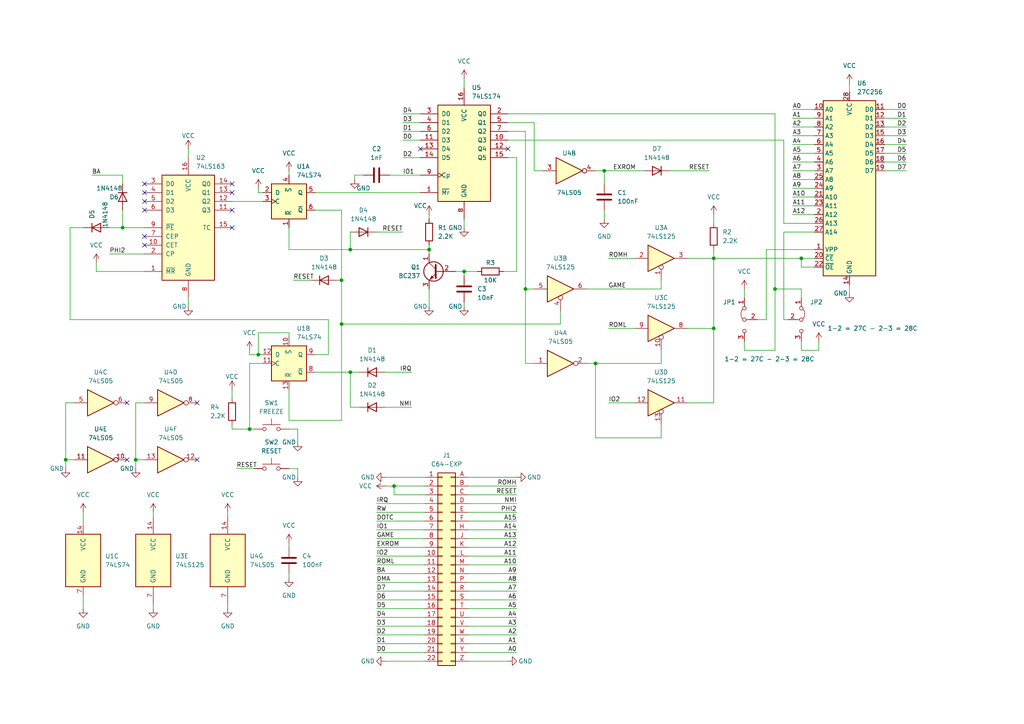
<source format=kicad_sch>
(kicad_sch (version 20230121) (generator eeschema)
  (paper "A4")
  (title_block (title "C64 NIKI2") (comment 1 "Revision for 27C256 - AT28C256") (comment 2 "No floating unused inputs"))
  (lib_symbols
    (symbol "74xx:74LS05" (pin_names (offset 1.016))
      (property "Reference" "U" (at 0 1.27 0))
      (property "Value" "74LS05" (at 0 -1.27 0))
      (symbol "74LS05_1_0"
        (pin input line (at -7.62 0 0) (length 3.81) (name "~") (number "1"))
        (pin open_collector inverted (at 7.62 0 180) (length 3.81) (name "~") (number "2"))
      )
      (symbol "74LS05_2_0"
        (pin input line (at -7.62 0 0) (length 3.81) (name "~") (number "3"))
        (pin open_collector inverted (at 7.62 0 180) (length 3.81) (name "~") (number "4"))
      )
      (symbol "74LS05_3_0"
        (pin input line (at -7.62 0 0) (length 3.81) (name "~") (number "5"))
        (pin open_collector inverted (at 7.62 0 180) (length 3.81) (name "~") (number "6"))
      )
      (symbol "74LS05_4_0"
        (pin open_collector inverted (at 7.62 0 180) (length 3.81) (name "~") (number "8"))
        (pin input line (at -7.62 0 0) (length 3.81) (name "~") (number "9"))
      )
      (symbol "74LS05_5_0"
        (pin open_collector inverted (at 7.62 0 180) (length 3.81) (name "~") (number "10"))
        (pin input line (at -7.62 0 0) (length 3.81) (name "~") (number "11"))
      )
      (symbol "74LS05_6_0"
        (pin open_collector inverted (at 7.62 0 180) (length 3.81) (name "~") (number "12"))
        (pin input line (at -7.62 0 0) (length 3.81) (name "~") (number "13"))
      )
      (symbol "74LS05_7_0"
        (pin power_in line (at 0 12.7 270) (length 5.08) (name "VCC") (number "14"))
        (pin power_in line (at 0 -12.7 90) (length 5.08) (name "GND") (number "7"))
      )
    )
    (symbol "74xx:74LS125" (pin_names (offset 1.016))
      (property "Reference" "U" (at 0 1.27 0))
      (property "Value" "74LS125" (at 0 -1.27 0))
      (symbol "74LS125_1_0"
        (pin input inverted (at 0 -6.35 90) (length 4.445) (name "~") (number "1"))
        (pin input line (at -7.62 0 0) (length 3.81) (name "~") (number "2"))
        (pin tri_state line (at 7.62 0 180) (length 3.81) (name "~") (number "3"))
      )
      (symbol "74LS125_2_0"
        (pin input inverted (at 0 -6.35 90) (length 4.445) (name "~") (number "4"))
        (pin input line (at -7.62 0 0) (length 3.81) (name "~") (number "5"))
        (pin tri_state line (at 7.62 0 180) (length 3.81) (name "~") (number "6"))
      )
      (symbol "74LS125_3_0"
        (pin input inverted (at 0 -6.35 90) (length 4.445) (name "~") (number "10"))
        (pin tri_state line (at 7.62 0 180) (length 3.81) (name "~") (number "8"))
        (pin input line (at -7.62 0 0) (length 3.81) (name "~") (number "9"))
      )
      (symbol "74LS125_4_0"
        (pin tri_state line (at 7.62 0 180) (length 3.81) (name "~") (number "11"))
        (pin input line (at -7.62 0 0) (length 3.81) (name "~") (number "12"))
        (pin input inverted (at 0 -6.35 90) (length 4.445) (name "~") (number "13"))
      )
      (symbol "74LS125_5_0"
        (pin power_in line (at 0 12.7 270) (length 5.08) (name "VCC") (number "14"))
        (pin power_in line (at 0 -12.7 90) (length 5.08) (name "GND") (number "7"))
      )
    )
    (symbol "74xx:74LS163" (pin_names (offset 1.016))
      (property "Reference" "U" (at -7.62 16.51 0))
      (property "Value" "74LS163" (at -7.62 -16.51 0))
      (symbol "74LS163_1_0"
        (pin input line (at -12.7 -12.7 0) (length 5.08) (name "~{MR}") (number "1"))
        (pin input line (at -12.7 -5.08 0) (length 5.08) (name "CET") (number "10"))
        (pin output line (at 12.7 5.08 180) (length 5.08) (name "Q3") (number "11"))
        (pin output line (at 12.7 7.62 180) (length 5.08) (name "Q2") (number "12"))
        (pin output line (at 12.7 10.16 180) (length 5.08) (name "Q1") (number "13"))
        (pin output line (at 12.7 12.7 180) (length 5.08) (name "Q0") (number "14"))
        (pin output line (at 12.7 0 180) (length 5.08) (name "TC") (number "15"))
        (pin power_in line (at 0 20.32 270) (length 5.08) (name "VCC") (number "16"))
        (pin input line (at -12.7 -7.62 0) (length 5.08) (name "CP") (number "2"))
        (pin input line (at -12.7 12.7 0) (length 5.08) (name "D0") (number "3"))
        (pin input line (at -12.7 10.16 0) (length 5.08) (name "D1") (number "4"))
        (pin input line (at -12.7 7.62 0) (length 5.08) (name "D2") (number "5"))
        (pin input line (at -12.7 5.08 0) (length 5.08) (name "D3") (number "6"))
        (pin input line (at -12.7 -2.54 0) (length 5.08) (name "CEP") (number "7"))
        (pin power_in line (at 0 -20.32 90) (length 5.08) (name "GND") (number "8"))
        (pin input line (at -12.7 0 0) (length 5.08) (name "~{PE}") (number "9"))
      )
    )
    (symbol "74xx:74LS174" (pin_names (offset 1.016))
      (property "Reference" "U" (at -7.62 13.97 0))
      (property "Value" "74LS174" (at -7.62 -16.51 0))
      (symbol "74LS174_1_0"
        (pin input line (at -12.7 -12.7 0) (length 5.08) (name "~{Mr}") (number "1"))
        (pin output line (at 12.7 2.54 180) (length 5.08) (name "Q3") (number "10"))
        (pin input line (at -12.7 2.54 0) (length 5.08) (name "D3") (number "11"))
        (pin output line (at 12.7 0 180) (length 5.08) (name "Q4") (number "12"))
        (pin input line (at -12.7 0 0) (length 5.08) (name "D4") (number "13"))
        (pin input line (at -12.7 -2.54 0) (length 5.08) (name "D5") (number "14"))
        (pin output line (at 12.7 -2.54 180) (length 5.08) (name "Q5") (number "15"))
        (pin power_in line (at 0 17.78 270) (length 5.08) (name "VCC") (number "16"))
        (pin output line (at 12.7 10.16 180) (length 5.08) (name "Q0") (number "2"))
        (pin input line (at -12.7 10.16 0) (length 5.08) (name "D0") (number "3"))
        (pin input line (at -12.7 7.62 0) (length 5.08) (name "D1") (number "4"))
        (pin output line (at 12.7 7.62 180) (length 5.08) (name "Q1") (number "5"))
        (pin input line (at -12.7 5.08 0) (length 5.08) (name "D2") (number "6"))
        (pin output line (at 12.7 5.08 180) (length 5.08) (name "Q2") (number "7"))
        (pin power_in line (at 0 -20.32 90) (length 5.08) (name "GND") (number "8"))
        (pin input clock (at -12.7 -7.62 0) (length 5.08) (name "Cp") (number "9"))
      )
    )
    (symbol "74xx:74LS74" (pin_names (offset 1.016))
      (property "Reference" "U" (at -7.62 8.89 0))
      (property "Value" "74LS74" (at -7.62 -8.89 0))
      (symbol "74LS74_1_0"
        (pin input line (at 0 -7.62 90) (length 2.54) (name "~{R}") (number "1"))
        (pin input line (at -7.62 2.54 0) (length 2.54) (name "D") (number "2"))
        (pin input clock (at -7.62 0 0) (length 2.54) (name "C") (number "3"))
        (pin input line (at 0 7.62 270) (length 2.54) (name "~{S}") (number "4"))
        (pin output line (at 7.62 2.54 180) (length 2.54) (name "Q") (number "5"))
        (pin output line (at 7.62 -2.54 180) (length 2.54) (name "~{Q}") (number "6"))
      )
      (symbol "74LS74_2_0"
        (pin input line (at 0 7.62 270) (length 2.54) (name "~{S}") (number "10"))
        (pin input clock (at -7.62 0 0) (length 2.54) (name "C") (number "11"))
        (pin input line (at -7.62 2.54 0) (length 2.54) (name "D") (number "12"))
        (pin input line (at 0 -7.62 90) (length 2.54) (name "~{R}") (number "13"))
        (pin output line (at 7.62 -2.54 180) (length 2.54) (name "~{Q}") (number "8"))
        (pin output line (at 7.62 2.54 180) (length 2.54) (name "Q") (number "9"))
      )
      (symbol "74LS74_3_0"
        (pin power_in line (at 0 10.16 270) (length 2.54) (name "VCC") (number "14"))
        (pin power_in line (at 0 -10.16 90) (length 2.54) (name "GND") (number "7"))
      )
    )
    (symbol "C64NIKI2:C64-EXP" (pin_names (offset 1.016) hide)
      (property "Reference" "J" (at 1.27 27.94 0))
      (property "Value" "C64-EXP" (at 1.27 -30.48 0))
      (symbol "C64-EXP_1_1"
        (pin passive line (at -5.08 25.4 0) (length 3.81) (name "Pin_1") (number "1"))
        (pin passive line (at -5.08 2.54 0) (length 3.81) (name "Pin_10") (number "10"))
        (pin passive line (at -5.08 0 0) (length 3.81) (name "Pin_11") (number "11"))
        (pin passive line (at -5.08 -2.54 0) (length 3.81) (name "Pin_12") (number "12"))
        (pin passive line (at -5.08 -5.08 0) (length 3.81) (name "Pin_13") (number "13"))
        (pin passive line (at -5.08 -7.62 0) (length 3.81) (name "Pin_14") (number "14"))
        (pin passive line (at -5.08 -10.16 0) (length 3.81) (name "Pin_15") (number "15"))
        (pin passive line (at -5.08 -12.7 0) (length 3.81) (name "Pin_16") (number "16"))
        (pin passive line (at -5.08 -15.24 0) (length 3.81) (name "Pin_17") (number "17"))
        (pin passive line (at -5.08 -17.78 0) (length 3.81) (name "Pin_18") (number "18"))
        (pin passive line (at -5.08 -20.32 0) (length 3.81) (name "Pin_19") (number "19"))
        (pin passive line (at -5.08 22.86 0) (length 3.81) (name "Pin_2") (number "2"))
        (pin passive line (at -5.08 -22.86 0) (length 3.81) (name "Pin_20") (number "20"))
        (pin passive line (at -5.08 -25.4 0) (length 3.81) (name "Pin_21") (number "21"))
        (pin passive line (at -5.08 -27.94 0) (length 3.81) (name "Pin_22") (number "22"))
        (pin passive line (at -5.08 20.32 0) (length 3.81) (name "Pin_3") (number "3"))
        (pin passive line (at -5.08 17.78 0) (length 3.81) (name "Pin_4") (number "4"))
        (pin passive line (at -5.08 15.24 0) (length 3.81) (name "Pin_5") (number "5"))
        (pin passive line (at -5.08 12.7 0) (length 3.81) (name "Pin_6") (number "6"))
        (pin passive line (at -5.08 10.16 0) (length 3.81) (name "Pin_7") (number "7"))
        (pin passive line (at -5.08 7.62 0) (length 3.81) (name "Pin_8") (number "8"))
        (pin passive line (at -5.08 5.08 0) (length 3.81) (name "Pin_9") (number "9"))
        (pin passive line (at 7.62 25.4 180) (length 3.81) (name "Pin_A") (number "A"))
        (pin passive line (at 7.62 22.86 180) (length 3.81) (name "Pin_B") (number "B"))
        (pin passive line (at 7.62 20.32 180) (length 3.81) (name "Pin_C") (number "C"))
        (pin passive line (at 7.62 17.78 180) (length 3.81) (name "Pin_D") (number "D"))
        (pin passive line (at 7.62 15.24 180) (length 3.81) (name "Pin_E") (number "E"))
        (pin passive line (at 7.62 12.7 180) (length 3.81) (name "Pin_F") (number "F"))
        (pin passive line (at 7.62 10.16 180) (length 3.81) (name "Pin_H") (number "H"))
        (pin passive line (at 7.62 7.62 180) (length 3.81) (name "Pin_J") (number "J"))
        (pin passive line (at 7.62 5.08 180) (length 3.81) (name "Pin_K") (number "K"))
        (pin passive line (at 7.62 2.54 180) (length 3.81) (name "Pin_L") (number "L"))
        (pin passive line (at 7.62 0 180) (length 3.81) (name "Pin_M") (number "M"))
        (pin passive line (at 7.62 -2.54 180) (length 3.81) (name "Pin_N") (number "N"))
        (pin passive line (at 7.62 -5.08 180) (length 3.81) (name "Pin_P") (number "P"))
        (pin passive line (at 7.62 -7.62 180) (length 3.81) (name "Pin_R") (number "R"))
        (pin passive line (at 7.62 -10.16 180) (length 3.81) (name "Pin_S") (number "S"))
        (pin passive line (at 7.62 -12.7 180) (length 3.81) (name "Pin_T") (number "T"))
        (pin passive line (at 7.62 -15.24 180) (length 3.81) (name "Pin_U") (number "U"))
        (pin passive line (at 7.62 -17.78 180) (length 3.81) (name "Pin_V") (number "V"))
        (pin passive line (at 7.62 -20.32 180) (length 3.81) (name "Pin_W") (number "W"))
        (pin passive line (at 7.62 -22.86 180) (length 3.81) (name "Pin_X") (number "X"))
        (pin passive line (at 7.62 -25.4 180) (length 3.81) (name "Pin_Y") (number "Y"))
        (pin passive line (at 7.62 -27.94 180) (length 3.81) (name "Pin_Z") (number "Z"))
      )
    )
    (symbol "Device:C" (pin_numbers hide) (pin_names (offset 0.254))
      (property "Reference" "C" (at 0.635 2.54 0))
      (property "Value" "C" (at 0.635 -2.54 0))
      (symbol "C_1_1"
        (pin passive line (at 0 3.81 270) (length 2.794) (name "~") (number "1"))
        (pin passive line (at 0 -3.81 90) (length 2.794) (name "~") (number "2"))
      )
    )
    (symbol "Device:R" (pin_numbers hide) (pin_names (offset 0))
      (property "Reference" "R" (at 2.032 0 90))
      (property "Value" "R" (at 0 0 90))
      (symbol "R_1_1"
        (pin passive line (at 0 3.81 270) (length 1.27) (name "~") (number "1"))
        (pin passive line (at 0 -3.81 90) (length 1.27) (name "~") (number "2"))
      )
    )
    (symbol "Diode:1N4148" (pin_numbers hide) (pin_names hide)
      (property "Reference" "D" (at 0 2.54 0))
      (property "Value" "1N4148" (at 0 -2.54 0))
      (symbol "1N4148_1_1"
        (pin passive line (at -3.81 0 0) (length 2.54) (name "K") (number "1"))
        (pin passive line (at 3.81 0 180) (length 2.54) (name "A") (number "2"))
      )
    )
    (symbol "Jumper:Jumper_3_Bridged12" (pin_names (offset 0) hide)
      (property "Reference" "JP" (at -2.54 -2.54 0))
      (property "Value" "Jumper_3_Bridged12" (at 0 2.794 0))
      (symbol "Jumper_3_Bridged12_1_1"
        (pin passive line (at -6.35 0 0) (length 2.54) (name "A") (number "1"))
        (pin passive line (at 0 -3.81 90) (length 2.54) (name "C") (number "2"))
        (pin passive line (at 6.35 0 180) (length 2.54) (name "B") (number "3"))
      )
    )
    (symbol "Memory_EPROM:27C256"
      (property "Reference" "U" (at -7.62 26.67 0))
      (property "Value" "27C256" (at 2.54 -26.67 0))
      (symbol "27C256_1_1"
        (pin input line (at -10.16 -17.78 0) (length 2.54) (name "VPP") (number "1"))
        (pin input line (at -10.16 22.86 0) (length 2.54) (name "A0") (number "10"))
        (pin tri_state line (at 10.16 22.86 180) (length 2.54) (name "D0") (number "11"))
        (pin tri_state line (at 10.16 20.32 180) (length 2.54) (name "D1") (number "12"))
        (pin tri_state line (at 10.16 17.78 180) (length 2.54) (name "D2") (number "13"))
        (pin power_in line (at 0 -27.94 90) (length 2.54) (name "GND") (number "14"))
        (pin tri_state line (at 10.16 15.24 180) (length 2.54) (name "D3") (number "15"))
        (pin tri_state line (at 10.16 12.7 180) (length 2.54) (name "D4") (number "16"))
        (pin tri_state line (at 10.16 10.16 180) (length 2.54) (name "D5") (number "17"))
        (pin tri_state line (at 10.16 7.62 180) (length 2.54) (name "D6") (number "18"))
        (pin tri_state line (at 10.16 5.08 180) (length 2.54) (name "D7") (number "19"))
        (pin input line (at -10.16 -7.62 0) (length 2.54) (name "A12") (number "2"))
        (pin input line (at -10.16 -20.32 0) (length 2.54) (name "~{CE}") (number "20"))
        (pin input line (at -10.16 -2.54 0) (length 2.54) (name "A10") (number "21"))
        (pin input line (at -10.16 -22.86 0) (length 2.54) (name "~{OE}") (number "22"))
        (pin input line (at -10.16 -5.08 0) (length 2.54) (name "A11") (number "23"))
        (pin input line (at -10.16 0 0) (length 2.54) (name "A9") (number "24"))
        (pin input line (at -10.16 2.54 0) (length 2.54) (name "A8") (number "25"))
        (pin input line (at -10.16 -10.16 0) (length 2.54) (name "A13") (number "26"))
        (pin input line (at -10.16 -12.7 0) (length 2.54) (name "A14") (number "27"))
        (pin power_in line (at 0 27.94 270) (length 2.54) (name "VCC") (number "28"))
        (pin input line (at -10.16 5.08 0) (length 2.54) (name "A7") (number "3"))
        (pin input line (at -10.16 7.62 0) (length 2.54) (name "A6") (number "4"))
        (pin input line (at -10.16 10.16 0) (length 2.54) (name "A5") (number "5"))
        (pin input line (at -10.16 12.7 0) (length 2.54) (name "A4") (number "6"))
        (pin input line (at -10.16 15.24 0) (length 2.54) (name "A3") (number "7"))
        (pin input line (at -10.16 17.78 0) (length 2.54) (name "A2") (number "8"))
        (pin input line (at -10.16 20.32 0) (length 2.54) (name "A1") (number "9"))
      )
    )
    (symbol "Switch:SW_Push" (pin_numbers hide) (pin_names (offset 1.016) hide)
      (property "Reference" "SW" (at 1.27 2.54 0))
      (property "Value" "SW_Push" (at 0 -1.524 0))
      (symbol "SW_Push_0_1"
        (pin passive line (at -5.08 0 0) (length 2.54) (name "1") (number "1"))
        (pin passive line (at 5.08 0 180) (length 2.54) (name "2") (number "2"))
      )
    )
    (symbol "Transistor_BJT:BC237" (pin_names (offset 0) hide)
      (property "Reference" "Q" (at 5.08 1.905 0))
      (property "Value" "BC237" (at 5.08 0 0))
      (symbol "BC237_1_1"
        (pin passive line (at 2.54 5.08 270) (length 2.54) (name "C") (number "1"))
        (pin input line (at -5.08 0 0) (length 5.08) (name "B") (number "2"))
        (pin passive line (at 2.54 -5.08 90) (length 2.54) (name "E") (number "3"))
      )
    )
    (symbol "power:GND" (power) (pin_names (offset 0))
      (property "Value" "GND" (at 0 -3.81 0))
      (symbol "GND_1_1"
        (pin power_in line (at 0 0 270) (length 0) hide (name "GND") (number "1"))
      )
    )
    (symbol "power:VCC" (power) (pin_names (offset 0))
      (property "Value" "VCC" (at 0 3.81 0))
      (symbol "VCC_1_1"
        (pin power_in line (at 0 0 90) (length 0) hide (name "VCC") (number "1"))
      )
    )
  )
  (junction (at 72.39 124.46))
  (junction (at 19.05 133.35))
  (junction (at 172.72 105.41))
  (junction (at 74.93 102.87))
  (junction (at 207.01 95.25))
  (junction (at 114.3 140.97))
  (junction (at 101.6 107.95))
  (junction (at 152.4 83.82))
  (junction (at 134.62 78.74))
  (junction (at 99.06 81.28))
  (junction (at 39.37 133.35))
  (junction (at 175.26 49.53))
  (junction (at 207.01 74.93))
  (junction (at 35.56 66.04))
  (junction (at 232.41 74.93))
  (junction (at 124.46 72.39))
  (junction (at 101.6 72.39))
  (junction (at 99.06 93.98))
  (junction (at 224.79 83.82))
  (no_connect (at 147.32 43.18))
  (no_connect (at 67.31 53.34))
  (no_connect (at 41.91 60.96))
  (no_connect (at 36.83 133.35))
  (no_connect (at 41.91 71.12))
  (no_connect (at 67.31 66.04))
  (no_connect (at 36.83 116.84))
  (no_connect (at 41.91 58.42))
  (no_connect (at 57.15 133.35))
  (no_connect (at 67.31 55.88))
  (no_connect (at 41.91 68.58))
  (no_connect (at 121.92 43.18))
  (no_connect (at 41.91 55.88))
  (no_connect (at 41.91 53.34))
  (no_connect (at 57.15 116.84))
  (no_connect (at 67.31 60.96))
  (wire (pts (xy 26.67 50.8) (xy 35.56 50.8)))
  (wire (pts (xy 191.77 105.41) (xy 172.72 105.41)))
  (wire (pts (xy 149.86 173.99) (xy 135.89 173.99)))
  (wire (pts (xy 191.77 81.28) (xy 191.77 83.82)))
  (wire (pts (xy 149.86 140.97) (xy 135.89 140.97)))
  (wire (pts (xy 149.86 184.15) (xy 135.89 184.15)))
  (wire (pts (xy 85.09 81.28) (xy 90.17 81.28)))
  (wire (pts (xy 97.79 81.28) (xy 99.06 81.28)))
  (wire (pts (xy 91.44 107.95) (xy 101.6 107.95)))
  (wire (pts (xy 135.89 189.23) (xy 149.86 189.23)))
  (wire (pts (xy 219.71 92.71) (xy 222.25 92.71)))
  (wire (pts (xy 147.32 191.77) (xy 135.89 191.77)))
  (wire (pts (xy 109.22 146.05) (xy 123.19 146.05)))
  (wire (pts (xy 91.44 55.88) (xy 121.92 55.88)))
  (wire (pts (xy 232.41 77.47) (xy 232.41 74.93)))
  (wire (pts (xy 175.26 49.53) (xy 186.69 49.53)))
  (wire (pts (xy 83.82 66.04) (xy 83.82 72.39)))
  (wire (pts (xy 124.46 83.82) (xy 124.46 88.9)))
  (wire (pts (xy 72.39 105.41) (xy 72.39 124.46)))
  (wire (pts (xy 149.86 45.72) (xy 147.32 45.72)))
  (wire (pts (xy 262.89 31.75) (xy 256.54 31.75)))
  (wire (pts (xy 232.41 83.82) (xy 232.41 86.36)))
  (wire (pts (xy 72.39 101.6) (xy 72.39 102.87)))
  (wire (pts (xy 236.22 74.93) (xy 232.41 74.93)))
  (wire (pts (xy 19.05 133.35) (xy 19.05 135.89)))
  (wire (pts (xy 229.87 39.37) (xy 236.22 39.37)))
  (wire (pts (xy 109.22 161.29) (xy 123.19 161.29)))
  (wire (pts (xy 67.31 123.19) (xy 67.31 124.46)))
  (wire (pts (xy 149.86 156.21) (xy 135.89 156.21)))
  (wire (pts (xy 109.22 168.91) (xy 123.19 168.91)))
  (wire (pts (xy 111.76 118.11) (xy 119.38 118.11)))
  (wire (pts (xy 134.62 78.74) (xy 134.62 80.01)))
  (wire (pts (xy 229.87 41.91) (xy 236.22 41.91)))
  (wire (pts (xy 229.87 44.45) (xy 236.22 44.45)))
  (wire (pts (xy 24.13 148.59) (xy 24.13 152.4)))
  (wire (pts (xy 109.22 186.69) (xy 123.19 186.69)))
  (wire (pts (xy 176.53 74.93) (xy 184.15 74.93)))
  (wire (pts (xy 111.76 191.77) (xy 123.19 191.77)))
  (wire (pts (xy 111.76 140.97) (xy 114.3 140.97)))
  (wire (pts (xy 229.87 59.69) (xy 236.22 59.69)))
  (wire (pts (xy 83.82 97.79) (xy 83.82 96.52)))
  (wire (pts (xy 72.39 124.46) (xy 73.66 124.46)))
  (wire (pts (xy 101.6 72.39) (xy 124.46 72.39)))
  (wire (pts (xy 237.49 99.06) (xy 237.49 101.6)))
  (wire (pts (xy 109.22 184.15) (xy 123.19 184.15)))
  (wire (pts (xy 35.56 53.34) (xy 35.56 50.8)))
  (wire (pts (xy 262.89 41.91) (xy 256.54 41.91)))
  (wire (pts (xy 172.72 127) (xy 191.77 127)))
  (wire (pts (xy 86.36 124.46) (xy 86.36 128.27)))
  (wire (pts (xy 134.62 78.74) (xy 138.43 78.74)))
  (wire (pts (xy 41.91 66.04) (xy 35.56 66.04)))
  (wire (pts (xy 152.4 38.1) (xy 147.32 38.1)))
  (wire (pts (xy 83.82 96.52) (xy 74.93 96.52)))
  (wire (pts (xy 222.25 72.39) (xy 236.22 72.39)))
  (wire (pts (xy 109.22 173.99) (xy 123.19 173.99)))
  (wire (pts (xy 109.22 151.13) (xy 123.19 151.13)))
  (wire (pts (xy 229.87 54.61) (xy 236.22 54.61)))
  (wire (pts (xy 149.86 78.74) (xy 149.86 45.72)))
  (wire (pts (xy 86.36 135.89) (xy 86.36 138.43)))
  (wire (pts (xy 99.06 93.98) (xy 162.56 93.98)))
  (wire (pts (xy 76.2 102.87) (xy 74.93 102.87)))
  (wire (pts (xy 262.89 46.99) (xy 256.54 46.99)))
  (wire (pts (xy 67.31 124.46) (xy 72.39 124.46)))
  (wire (pts (xy 35.56 60.96) (xy 35.56 66.04)))
  (wire (pts (xy 124.46 62.23) (xy 124.46 63.5)))
  (wire (pts (xy 83.82 49.53) (xy 83.82 50.8)))
  (wire (pts (xy 99.06 60.96) (xy 99.06 81.28)))
  (wire (pts (xy 109.22 166.37) (xy 123.19 166.37)))
  (wire (pts (xy 149.86 186.69) (xy 135.89 186.69)))
  (wire (pts (xy 134.62 63.5) (xy 134.62 66.04)))
  (wire (pts (xy 149.86 148.59) (xy 135.89 148.59)))
  (wire (pts (xy 175.26 49.53) (xy 175.26 53.34)))
  (wire (pts (xy 83.82 135.89) (xy 86.36 135.89)))
  (wire (pts (xy 176.53 116.84) (xy 184.15 116.84)))
  (wire (pts (xy 109.22 158.75) (xy 123.19 158.75)))
  (wire (pts (xy 191.77 127) (xy 191.77 123.19)))
  (wire (pts (xy 215.9 83.82) (xy 215.9 86.36)))
  (wire (pts (xy 207.01 72.39) (xy 207.01 74.93)))
  (wire (pts (xy 199.39 95.25) (xy 207.01 95.25)))
  (wire (pts (xy 222.25 92.71) (xy 222.25 72.39)))
  (wire (pts (xy 83.82 121.92) (xy 83.82 113.03)))
  (wire (pts (xy 67.31 113.03) (xy 67.31 115.57)))
  (wire (pts (xy 149.86 176.53) (xy 135.89 176.53)))
  (wire (pts (xy 228.6 92.71) (xy 227.33 92.71)))
  (wire (pts (xy 149.86 171.45) (xy 135.89 171.45)))
  (wire (pts (xy 229.87 34.29) (xy 236.22 34.29)))
  (wire (pts (xy 149.86 166.37) (xy 135.89 166.37)))
  (wire (pts (xy 191.77 101.6) (xy 191.77 105.41)))
  (wire (pts (xy 72.39 102.87) (xy 74.93 102.87)))
  (wire (pts (xy 154.94 49.53) (xy 154.94 35.56)))
  (wire (pts (xy 154.94 105.41) (xy 152.4 105.41)))
  (wire (pts (xy 134.62 78.74) (xy 132.08 78.74)))
  (wire (pts (xy 123.19 143.51) (xy 114.3 143.51)))
  (wire (pts (xy 229.87 36.83) (xy 236.22 36.83)))
  (wire (pts (xy 154.94 35.56) (xy 147.32 35.56)))
  (wire (pts (xy 109.22 163.83) (xy 123.19 163.83)))
  (wire (pts (xy 227.33 92.71) (xy 227.33 67.31)))
  (wire (pts (xy 111.76 107.95) (xy 119.38 107.95)))
  (wire (pts (xy 35.56 66.04) (xy 31.75 66.04)))
  (wire (pts (xy 262.89 34.29) (xy 256.54 34.29)))
  (wire (pts (xy 31.75 73.66) (xy 41.91 73.66)))
  (wire (pts (xy 215.9 101.6) (xy 224.79 101.6)))
  (wire (pts (xy 41.91 78.74) (xy 27.94 78.74)))
  (wire (pts (xy 44.45 148.59) (xy 44.45 149.86)))
  (wire (pts (xy 101.6 107.95) (xy 104.14 107.95)))
  (wire (pts (xy 227.33 40.64) (xy 227.33 64.77)))
  (wire (pts (xy 229.87 62.23) (xy 236.22 62.23)))
  (wire (pts (xy 76.2 55.88) (xy 74.93 55.88)))
  (wire (pts (xy 109.22 179.07) (xy 123.19 179.07)))
  (wire (pts (xy 41.91 116.84) (xy 39.37 116.84)))
  (wire (pts (xy 109.22 176.53) (xy 123.19 176.53)))
  (wire (pts (xy 102.87 50.8) (xy 105.41 50.8)))
  (wire (pts (xy 229.87 31.75) (xy 236.22 31.75)))
  (wire (pts (xy 170.18 105.41) (xy 172.72 105.41)))
  (wire (pts (xy 146.05 78.74) (xy 149.86 78.74)))
  (wire (pts (xy 39.37 116.84) (xy 39.37 133.35)))
  (wire (pts (xy 124.46 72.39) (xy 124.46 73.66)))
  (wire (pts (xy 134.62 87.63) (xy 134.62 88.9)))
  (wire (pts (xy 102.87 52.07) (xy 102.87 50.8)))
  (wire (pts (xy 109.22 156.21) (xy 123.19 156.21)))
  (wire (pts (xy 149.86 146.05) (xy 135.89 146.05)))
  (wire (pts (xy 111.76 138.43) (xy 123.19 138.43)))
  (wire (pts (xy 232.41 99.06) (xy 232.41 101.6)))
  (wire (pts (xy 114.3 143.51) (xy 114.3 140.97)))
  (wire (pts (xy 262.89 36.83) (xy 256.54 36.83)))
  (wire (pts (xy 246.38 24.13) (xy 246.38 26.67)))
  (wire (pts (xy 229.87 49.53) (xy 236.22 49.53)))
  (wire (pts (xy 262.89 44.45) (xy 256.54 44.45)))
  (wire (pts (xy 246.38 82.55) (xy 246.38 85.09)))
  (wire (pts (xy 113.03 50.8) (xy 121.92 50.8)))
  (wire (pts (xy 116.84 45.72) (xy 121.92 45.72)))
  (wire (pts (xy 68.58 135.89) (xy 73.66 135.89)))
  (wire (pts (xy 39.37 133.35) (xy 39.37 135.89)))
  (wire (pts (xy 83.82 72.39) (xy 101.6 72.39)))
  (wire (pts (xy 83.82 166.37) (xy 83.82 167.64)))
  (wire (pts (xy 109.22 189.23) (xy 123.19 189.23)))
  (wire (pts (xy 147.32 33.02) (xy 224.79 33.02)))
  (wire (pts (xy 116.84 35.56) (xy 121.92 35.56)))
  (wire (pts (xy 207.01 74.93) (xy 207.01 95.25)))
  (wire (pts (xy 109.22 181.61) (xy 123.19 181.61)))
  (wire (pts (xy 101.6 107.95) (xy 101.6 118.11)))
  (wire (pts (xy 232.41 101.6) (xy 237.49 101.6)))
  (wire (pts (xy 229.87 46.99) (xy 236.22 46.99)))
  (wire (pts (xy 262.89 49.53) (xy 256.54 49.53)))
  (wire (pts (xy 83.82 157.48) (xy 83.82 158.75)))
  (wire (pts (xy 172.72 105.41) (xy 172.72 127)))
  (wire (pts (xy 236.22 77.47) (xy 232.41 77.47)))
  (wire (pts (xy 152.4 38.1) (xy 152.4 83.82)))
  (wire (pts (xy 176.53 95.25) (xy 184.15 95.25)))
  (wire (pts (xy 95.25 102.87) (xy 91.44 102.87)))
  (wire (pts (xy 27.94 76.2) (xy 27.94 78.74)))
  (wire (pts (xy 147.32 40.64) (xy 227.33 40.64)))
  (wire (pts (xy 154.94 83.82) (xy 152.4 83.82)))
  (wire (pts (xy 114.3 140.97) (xy 123.19 140.97)))
  (wire (pts (xy 152.4 83.82) (xy 152.4 105.41)))
  (wire (pts (xy 101.6 67.31) (xy 101.6 72.39)))
  (wire (pts (xy 134.62 22.86) (xy 134.62 25.4)))
  (wire (pts (xy 99.06 93.98) (xy 99.06 121.92)))
  (wire (pts (xy 20.32 92.71) (xy 95.25 92.71)))
  (wire (pts (xy 116.84 38.1) (xy 121.92 38.1)))
  (wire (pts (xy 109.22 148.59) (xy 123.19 148.59)))
  (wire (pts (xy 74.93 96.52) (xy 74.93 102.87)))
  (wire (pts (xy 207.01 74.93) (xy 199.39 74.93)))
  (wire (pts (xy 19.05 133.35) (xy 21.59 133.35)))
  (wire (pts (xy 149.86 153.67) (xy 135.89 153.67)))
  (wire (pts (xy 227.33 67.31) (xy 236.22 67.31)))
  (wire (pts (xy 39.37 133.35) (xy 41.91 133.35)))
  (wire (pts (xy 24.13 172.72) (xy 24.13 176.53)))
  (wire (pts (xy 66.04 148.59) (xy 66.04 149.86)))
  (wire (pts (xy 224.79 101.6) (xy 224.79 83.82)))
  (wire (pts (xy 149.86 143.51) (xy 135.89 143.51)))
  (wire (pts (xy 149.86 151.13) (xy 135.89 151.13)))
  (wire (pts (xy 95.25 92.71) (xy 95.25 102.87)))
  (wire (pts (xy 24.13 66.04) (xy 20.32 66.04)))
  (wire (pts (xy 149.86 181.61) (xy 135.89 181.61)))
  (wire (pts (xy 86.36 124.46) (xy 83.82 124.46)))
  (wire (pts (xy 149.86 179.07) (xy 135.89 179.07)))
  (wire (pts (xy 154.94 49.53) (xy 157.48 49.53)))
  (wire (pts (xy 66.04 175.26) (xy 66.04 176.53)))
  (wire (pts (xy 207.01 116.84) (xy 199.39 116.84)))
  (wire (pts (xy 207.01 64.77) (xy 207.01 62.23)))
  (wire (pts (xy 21.59 116.84) (xy 19.05 116.84)))
  (wire (pts (xy 149.86 158.75) (xy 135.89 158.75)))
  (wire (pts (xy 67.31 58.42) (xy 76.2 58.42)))
  (wire (pts (xy 162.56 93.98) (xy 162.56 90.17)))
  (wire (pts (xy 109.22 153.67) (xy 123.19 153.67)))
  (wire (pts (xy 149.86 161.29) (xy 135.89 161.29)))
  (wire (pts (xy 121.92 33.02) (xy 116.84 33.02)))
  (wire (pts (xy 224.79 83.82) (xy 232.41 83.82)))
  (wire (pts (xy 224.79 33.02) (xy 224.79 83.82)))
  (wire (pts (xy 44.45 175.26) (xy 44.45 176.53)))
  (wire (pts (xy 109.22 67.31) (xy 116.84 67.31)))
  (wire (pts (xy 91.44 60.96) (xy 99.06 60.96)))
  (wire (pts (xy 104.14 118.11) (xy 101.6 118.11)))
  (wire (pts (xy 262.89 39.37) (xy 256.54 39.37)))
  (wire (pts (xy 149.86 138.43) (xy 135.89 138.43)))
  (wire (pts (xy 74.93 54.61) (xy 74.93 55.88)))
  (wire (pts (xy 83.82 121.92) (xy 99.06 121.92)))
  (wire (pts (xy 229.87 52.07) (xy 236.22 52.07)))
  (wire (pts (xy 194.31 49.53) (xy 205.74 49.53)))
  (wire (pts (xy 54.61 43.18) (xy 54.61 45.72)))
  (wire (pts (xy 149.86 168.91) (xy 135.89 168.91)))
  (wire (pts (xy 207.01 74.93) (xy 232.41 74.93)))
  (wire (pts (xy 116.84 40.64) (xy 121.92 40.64)))
  (wire (pts (xy 109.22 171.45) (xy 123.19 171.45)))
  (wire (pts (xy 172.72 49.53) (xy 175.26 49.53)))
  (wire (pts (xy 229.87 57.15) (xy 236.22 57.15)))
  (wire (pts (xy 124.46 71.12) (xy 124.46 72.39)))
  (wire (pts (xy 149.86 163.83) (xy 135.89 163.83)))
  (wire (pts (xy 20.32 66.04) (xy 20.32 92.71)))
  (wire (pts (xy 170.18 83.82) (xy 191.77 83.82)))
  (wire (pts (xy 215.9 99.06) (xy 215.9 101.6)))
  (wire (pts (xy 54.61 86.36) (xy 54.61 88.9)))
  (wire (pts (xy 19.05 116.84) (xy 19.05 133.35)))
  (wire (pts (xy 175.26 60.96) (xy 175.26 63.5)))
  (wire (pts (xy 76.2 105.41) (xy 72.39 105.41)))
  (wire (pts (xy 99.06 81.28) (xy 99.06 93.98)))
  (wire (pts (xy 207.01 95.25) (xy 207.01 116.84)))
  (wire (pts (xy 227.33 64.77) (xy 236.22 64.77)))
  (label "A6" (at 149.86 173.99 180))
  (label "A5" (at 229.87 44.45 0))
  (label "IO2" (at 176.53 116.84 0))
  (label "D0" (at 262.89 31.75 180))
  (label "D7" (at 109.22 171.45 0))
  (label "D7" (at 262.89 49.53 180))
  (label "DOTC" (at 109.22 151.13 0))
  (label "PHI2" (at 149.86 148.59 180))
  (label "D0" (at 109.22 189.23 0))
  (label "A15" (at 149.86 151.13 180))
  (label "ROML" (at 176.53 95.25 0))
  (label "IO1" (at 116.84 50.8 0))
  (label "ROMH" (at 176.53 74.93 0))
  (label "ROML" (at 109.22 163.83 0))
  (label "A4" (at 229.87 41.91 0))
  (label "BA" (at 109.22 166.37 0))
  (label "D4" (at 109.22 179.07 0))
  (label "A11" (at 229.87 59.69 0))
  (label "D0" (at 116.84 40.64 0))
  (label "D4" (at 262.89 41.91 180))
  (label "GAME" (at 181.61 83.82 180))
  (label "A10" (at 149.86 163.83 180))
  (label "A5" (at 149.86 176.53 180))
  (label "A4" (at 149.86 179.07 180))
  (label "ROMH" (at 149.86 140.97 180))
  (label "IO2" (at 109.22 161.29 0))
  (label "BA" (at 26.67 50.8 0))
  (label "D2" (at 116.84 45.72 0))
  (label "A8" (at 149.86 168.91 180))
  (label "IRQ" (at 119.38 107.95 180))
  (label "RESET" (at 149.86 143.51 180))
  (label "NMI" (at 119.38 118.11 180))
  (label "A7" (at 229.87 49.53 0))
  (label "A0" (at 229.87 31.75 0))
  (label "A10" (at 229.87 57.15 0))
  (label "A11" (at 149.86 161.29 180))
  (label "EXROM" (at 177.8 49.53 0))
  (label "D1" (at 109.22 186.69 0))
  (label "RESET" (at 68.58 135.89 0))
  (label "A3" (at 229.87 39.37 0))
  (label "D5" (at 262.89 44.45 180))
  (label "D2" (at 109.22 184.15 0))
  (label "A8" (at 229.87 52.07 0))
  (label "PHI2" (at 31.75 73.66 0))
  (label "A12" (at 149.86 158.75 180))
  (label "D6" (at 262.89 46.99 180))
  (label "D4" (at 116.84 33.02 0))
  (label "EXROM" (at 109.22 158.75 0))
  (label "A7" (at 149.86 171.45 180))
  (label "GAME" (at 109.22 156.21 0))
  (label "A6" (at 229.87 46.99 0))
  (label "D3" (at 109.22 181.61 0))
  (label "A12" (at 229.87 62.23 0))
  (label "A1" (at 149.86 186.69 180))
  (label "A3" (at 149.86 181.61 180))
  (label "RESET" (at 116.84 67.31 180))
  (label "DMA" (at 109.22 168.91 0))
  (label "RW" (at 109.22 148.59 0))
  (label "D1" (at 116.84 38.1 0))
  (label "A2" (at 149.86 184.15 180))
  (label "A2" (at 229.87 36.83 0))
  (label "NMI" (at 149.86 146.05 180))
  (label "RESET" (at 205.74 49.53 180))
  (label "A9" (at 149.86 166.37 180))
  (label "D1" (at 262.89 34.29 180))
  (label "A14" (at 149.86 153.67 180))
  (label "A0" (at 149.86 189.23 180))
  (label "D5" (at 109.22 176.53 0))
  (label "RESET" (at 85.09 81.28 0))
  (label "IO1" (at 109.22 153.67 0))
  (label "D2" (at 262.89 36.83 180))
  (label "D3" (at 116.84 35.56 0))
  (label "D3" (at 262.89 39.37 180))
  (label "A1" (at 229.87 34.29 0))
  (label "A13" (at 149.86 156.21 180))
  (label "A9" (at 229.87 54.61 0))
  (label "IRQ" (at 109.22 146.05 0))
  (label "D6" (at 109.22 173.99 0))
  (symbol (lib_id "power:VCC") (at 83.82 49.53 0) (unit 1)
    (property "Reference" "#PWR02" (effects hide))
    (property "Value" "VCC" (at 83.82 44.45 0))
  )
  (symbol (lib_id "power:VCC") (at 54.61 43.18 0) (unit 1)
    (property "Reference" "#PWR014" (effects hide))
    (property "Value" "VCC" (at 54.61 39.37 0))
  )
  (symbol (lib_id "74xx:74LS05") (at 29.21 116.84 0) (unit 3)
    (property "Reference" "U4" (at 29.21 107.95 0))
    (property "Value" "74LS05" (at 29.21 110.49 0))
    (property "Footprint" "Package_DIP:DIP-14_W7.62mm_Socket" (effects hide))
    (property "Datasheet" "http://www.ti.com/lit/gpn/sn74LS05" (effects hide))
  )
  (symbol (lib_id "Device:R") (at 124.46 67.31 180) (unit 1)
    (property "Reference" "R1" (at 127 66.04 0) (effects (justify right)))
    (property "Value" "2.2K" (at 127 68.58 0) (effects (justify right)))
    (property "Footprint" "Resistor_THT:R_Axial_DIN0207_L6.3mm_D2.5mm_P10.16mm_Horizontal" (effects hide))
  )
  (symbol (lib_id "Jumper:Jumper_3_Bridged12") (at 232.41 92.71 270) (unit 1)
    (property "Reference" "JP2" (at 234.95 87.63 90) (effects (justify left)))
    (property "Value" "1-2 = 27C - 2-3 = 28C" (at 240.03 95.25 90) (effects (justify left)))
    (property "Footprint" "C64NIKI2:BottomSolderJumper-3_P1.3mm_Bridged2Bar12_Pad1.0x1.5mm_NumberLabels" (effects hide))
  )
  (symbol (lib_id "power:GND") (at 149.86 138.43 90) (unit 1)
    (property "Reference" "#PWR010" (effects hide))
    (property "Value" "GND" (at 154.94 138.43 90))
  )
  (symbol (lib_id "power:GND") (at 111.76 191.77 270) (unit 1)
    (property "Reference" "#PWR09" (effects hide))
    (property "Value" "GND" (at 106.68 191.77 90))
  )
  (symbol (lib_id "power:VCC") (at 27.94 76.2 0) (unit 1)
    (property "Reference" "#PWR012" (effects hide))
    (property "Value" "VCC" (at 27.94 71.12 0))
  )
  (symbol (lib_id "74xx:74LS125") (at 191.77 95.25 0) (unit 3)
    (property "Reference" "U3" (at 191.77 86.36 0))
    (property "Value" "74LS125" (at 191.77 88.9 0))
    (property "Footprint" "Package_DIP:DIP-14_W7.62mm_Socket" (effects hide))
    (property "Datasheet" "http://www.ti.com/lit/gpn/sn74LS125" (effects hide))
  )
  (symbol (lib_id "74xx:74LS125") (at 44.45 162.56 0) (unit 5)
    (property "Reference" "U3" (at 50.8 161.29 0) (effects (justify left)))
    (property "Value" "74LS125" (at 50.8 163.83 0) (effects (justify left)))
    (property "Footprint" "Package_DIP:DIP-14_W7.62mm_Socket" (effects hide))
    (property "Datasheet" "http://www.ti.com/lit/gpn/sn74LS125" (effects hide))
  )
  (symbol (lib_id "Switch:SW_Push") (at 78.74 124.46 0) (unit 1)
    (property "Reference" "SW1" (at 78.74 116.84 0))
    (property "Value" "FREEZE" (at 78.74 119.38 0))
    (property "Footprint" "C64NIKI2:NIKI2-Button" (effects hide))
  )
  (symbol (lib_id "74xx:74LS05") (at 49.53 133.35 0) (unit 6)
    (property "Reference" "U4" (at 49.53 124.46 0))
    (property "Value" "74LS05" (at 49.53 127 0))
    (property "Footprint" "Package_DIP:DIP-14_W7.62mm_Socket" (effects hide))
    (property "Datasheet" "http://www.ti.com/lit/gpn/sn74LS05" (effects hide))
  )
  (symbol (lib_id "power:GND") (at 83.82 167.64 0) (unit 1)
    (property "Reference" "#PWR030" (effects hide))
    (property "Value" "GND" (at 83.82 172.72 0))
  )
  (symbol (lib_id "74xx:74LS05") (at 162.56 105.41 0) (unit 1)
    (property "Reference" "U4" (at 162.56 96.52 0))
    (property "Value" "74LS05" (at 162.56 99.06 0))
    (property "Footprint" "Package_DIP:DIP-14_W7.62mm_Socket" (effects hide))
    (property "Datasheet" "http://www.ti.com/lit/gpn/sn74LS05" (effects hide))
  )
  (symbol (lib_id "74xx:74LS125") (at 191.77 74.93 0) (unit 1)
    (property "Reference" "U3" (at 191.77 66.04 0))
    (property "Value" "74LS125" (at 191.77 68.58 0))
    (property "Footprint" "Package_DIP:DIP-14_W7.62mm_Socket" (effects hide))
    (property "Datasheet" "http://www.ti.com/lit/gpn/sn74LS125" (effects hide))
  )
  (symbol (lib_id "power:VCC") (at 215.9 83.82 0) (unit 1)
    (property "Reference" "#PWR027" (effects hide))
    (property "Value" "VCC" (at 215.9 78.74 0))
  )
  (symbol (lib_id "power:VCC") (at 237.49 99.06 0) (unit 1)
    (property "Reference" "#PWR031" (effects hide))
    (property "Value" "VCC" (at 237.49 93.98 0))
  )
  (symbol (lib_id "74xx:74LS74") (at 83.82 105.41 0) (unit 2)
    (property "Reference" "U1" (at 86.0141 95.25 0) (effects (justify left)))
    (property "Value" "74LS74" (at 86.0141 97.79 0) (effects (justify left)))
    (property "Footprint" "Package_DIP:DIP-14_W7.62mm_Socket" (effects hide))
    (property "Datasheet" "74xx/74hc_hct74.pdf" (effects hide))
  )
  (symbol (lib_id "power:VCC") (at 134.62 22.86 0) (unit 1)
    (property "Reference" "#PWR022" (effects hide))
    (property "Value" "VCC" (at 134.62 17.78 0))
  )
  (symbol (lib_id "power:VCC") (at 72.39 101.6 0) (unit 1)
    (property "Reference" "#PWR05" (effects hide))
    (property "Value" "VCC" (at 72.39 96.52 0))
  )
  (symbol (lib_id "74xx:74LS125") (at 162.56 83.82 0) (unit 2)
    (property "Reference" "U3" (at 162.56 74.93 0))
    (property "Value" "74LS125" (at 162.56 77.47 0))
    (property "Footprint" "Package_DIP:DIP-14_W7.62mm_Socket" (effects hide))
    (property "Datasheet" "http://www.ti.com/lit/gpn/sn74LS125" (effects hide))
  )
  (symbol (lib_id "power:GND") (at 102.87 52.07 0) (unit 1)
    (property "Reference" "#PWR024" (effects hide))
    (property "Value" "GND" (at 105.41 54.61 0))
  )
  (symbol (lib_id "power:VCC") (at 44.45 148.59 0) (unit 1)
    (property "Reference" "#PWR017" (effects hide))
    (property "Value" "VCC" (at 44.45 143.51 0))
  )
  (symbol (lib_id "Device:R") (at 67.31 119.38 180) (unit 1)
    (property "Reference" "R4" (at 60.96 118.11 0) (effects (justify right)))
    (property "Value" "2.2K" (at 60.96 120.65 0) (effects (justify right)))
    (property "Footprint" "Resistor_THT:R_Axial_DIN0207_L6.3mm_D2.5mm_P10.16mm_Horizontal" (effects hide))
  )
  (symbol (lib_id "74xx:74LS05") (at 49.53 116.84 0) (unit 4)
    (property "Reference" "U4" (at 49.53 107.95 0))
    (property "Value" "74LS05" (at 49.53 110.49 0))
    (property "Footprint" "Package_DIP:DIP-14_W7.62mm_Socket" (effects hide))
    (property "Datasheet" "http://www.ti.com/lit/gpn/sn74LS05" (effects hide))
  )
  (symbol (lib_id "Diode:1N4148") (at 35.56 57.15 270) (unit 1)
    (property "Reference" "D6" (at 31.75 57.15 90) (effects (justify left)))
    (property "Value" "1N4148" (at 27.94 54.61 90) (effects (justify left)))
    (property "Footprint" "Diode_THT:D_DO-35_SOD27_P10.16mm_Horizontal" (effects hide))
    (property "Datasheet" "https://assets.nexperia.com/documents/data-sheet/1N4148_1N4448.pdf" (effects hide))
    (property "Sim.Device" "D" (effects hide))
    (property "Sim.Pins" "1=K 2=A" (effects hide))
  )
  (symbol (lib_id "power:GND") (at 246.38 85.09 0) (unit 1)
    (property "Reference" "#PWR033" (effects hide))
    (property "Value" "GND" (at 243.84 85.09 0))
  )
  (symbol (lib_id "power:VCC") (at 124.46 62.23 0) (unit 1)
    (property "Reference" "#PWR015" (effects hide))
    (property "Value" "VCC" (at 121.92 59.69 0))
  )
  (symbol (lib_id "power:GND") (at 175.26 63.5 0) (unit 1)
    (property "Reference" "#PWR019" (effects hide))
    (property "Value" "GND" (at 175.26 68.58 0))
  )
  (symbol (lib_id "power:GND") (at 147.32 191.77 90) (unit 1)
    (property "Reference" "#PWR011" (effects hide))
    (property "Value" "GND" (at 152.4 191.77 90))
  )
  (symbol (lib_id "Device:C") (at 109.22 50.8 90) (unit 1)
    (property "Reference" "C2" (at 109.22 43.18 90))
    (property "Value" "1nF" (at 109.22 45.72 90))
    (property "Footprint" "Capacitor_THT:C_Disc_D4.3mm_W1.9mm_P5.00mm" (effects hide))
  )
  (symbol (lib_id "Device:C") (at 83.82 162.56 0) (unit 1)
    (property "Reference" "C4" (at 87.63 161.29 0) (effects (justify left)))
    (property "Value" "100nF" (at 87.63 163.83 0) (effects (justify left)))
    (property "Footprint" "Capacitor_THT:C_Disc_D4.3mm_W1.9mm_P5.00mm" (effects hide))
  )
  (symbol (lib_id "Diode:1N4148") (at 93.98 81.28 0) (unit 1)
    (property "Reference" "D3" (at 93.98 74.93 0))
    (property "Value" "1N4148" (at 93.98 77.47 0))
    (property "Footprint" "Diode_THT:D_DO-35_SOD27_P10.16mm_Horizontal" (effects hide))
    (property "Datasheet" "https://assets.nexperia.com/documents/data-sheet/1N4148_1N4448.pdf" (effects hide))
    (property "Sim.Device" "D" (effects hide))
    (property "Sim.Pins" "1=K 2=A" (effects hide))
  )
  (symbol (lib_id "Jumper:Jumper_3_Bridged12") (at 215.9 92.71 90) (mirror x) (unit 1)
    (property "Reference" "JP1" (at 213.36 87.63 90) (effects (justify left)))
    (property "Value" "1-2 = 27C - 2-3 = 28C" (at 236.22 104.14 90) (effects (justify left)))
    (property "Footprint" "C64NIKI2:BottomSolderJumper-3_P1.3mm_Bridged2Bar12_Pad1.0x1.5mm_NumberLabels" (effects hide))
  )
  (symbol (lib_id "Diode:1N4148") (at 107.95 118.11 0) (unit 1)
    (property "Reference" "D2" (at 107.95 111.76 0))
    (property "Value" "1N4148" (at 107.95 114.3 0))
    (property "Footprint" "Diode_THT:D_DO-35_SOD27_P10.16mm_Horizontal" (effects hide))
    (property "Datasheet" "https://assets.nexperia.com/documents/data-sheet/1N4148_1N4448.pdf" (effects hide))
    (property "Sim.Device" "D" (effects hide))
    (property "Sim.Pins" "1=K 2=A" (effects hide))
  )
  (symbol (lib_id "Switch:SW_Push") (at 78.74 135.89 0) (unit 1)
    (property "Reference" "SW2" (at 78.74 128.27 0))
    (property "Value" "RESET" (at 78.74 130.81 0))
    (property "Footprint" "C64NIKI2:NIKI2-Button" (effects hide))
  )
  (symbol (lib_id "power:VCC") (at 246.38 24.13 0) (unit 1)
    (property "Reference" "#PWR032" (effects hide))
    (property "Value" "VCC" (at 246.38 19.05 0))
  )
  (symbol (lib_id "74xx:74LS05") (at 29.21 133.35 0) (unit 5)
    (property "Reference" "U4" (at 29.21 124.46 0))
    (property "Value" "74LS05" (at 29.21 127 0))
    (property "Footprint" "Package_DIP:DIP-14_W7.62mm_Socket" (effects hide))
    (property "Datasheet" "http://www.ti.com/lit/gpn/sn74LS05" (effects hide))
  )
  (symbol (lib_id "74xx:74LS174") (at 134.62 43.18 0) (unit 1)
    (property "Reference" "U5" (at 136.8141 25.4 0) (effects (justify left)))
    (property "Value" "74LS174" (at 136.8141 27.94 0) (effects (justify left)))
    (property "Footprint" "Package_DIP:DIP-16_W7.62mm_Socket" (effects hide))
    (property "Datasheet" "http://www.ti.com/lit/gpn/sn74LS174" (effects hide))
  )
  (symbol (lib_id "power:VCC") (at 67.31 113.03 0) (unit 1)
    (property "Reference" "#PWR04" (effects hide))
    (property "Value" "VCC" (at 67.31 109.22 0))
  )
  (symbol (lib_id "Diode:1N4148") (at 107.95 107.95 0) (unit 1)
    (property "Reference" "D1" (at 107.95 101.6 0))
    (property "Value" "1N4148" (at 107.95 104.14 0))
    (property "Footprint" "Diode_THT:D_DO-35_SOD27_P10.16mm_Horizontal" (effects hide))
    (property "Datasheet" "https://assets.nexperia.com/documents/data-sheet/1N4148_1N4448.pdf" (effects hide))
    (property "Sim.Device" "D" (effects hide))
    (property "Sim.Pins" "1=K 2=A" (effects hide))
  )
  (symbol (lib_id "74xx:74LS163") (at 54.61 66.04 0) (unit 1)
    (property "Reference" "U2" (at 56.8041 45.72 0) (effects (justify left)))
    (property "Value" "74LS163" (at 56.8041 48.26 0) (effects (justify left)))
    (property "Footprint" "Package_DIP:DIP-16_W7.62mm_Socket" (effects hide))
    (property "Datasheet" "http://www.ti.com/lit/gpn/sn74LS163" (effects hide))
  )
  (symbol (lib_id "power:VCC") (at 83.82 157.48 0) (unit 1)
    (property "Reference" "#PWR029" (effects hide))
    (property "Value" "VCC" (at 83.82 152.4 0))
  )
  (symbol (lib_id "Device:C") (at 134.62 83.82 0) (unit 1)
    (property "Reference" "C3" (at 138.43 83.82 0) (effects (justify left)))
    (property "Value" "10nF" (at 138.43 86.36 0) (effects (justify left)))
    (property "Footprint" "Capacitor_THT:C_Disc_D4.3mm_W1.9mm_P5.00mm" (effects hide))
  )
  (symbol (lib_id "power:GND") (at 66.04 176.53 0) (unit 1)
    (property "Reference" "#PWR020" (effects hide))
    (property "Value" "GND" (at 66.04 181.61 0))
  )
  (symbol (lib_id "Device:R") (at 142.24 78.74 90) (unit 1)
    (property "Reference" "R3" (at 142.24 76.2 90))
    (property "Value" "10K" (at 142.24 81.28 90))
    (property "Footprint" "Resistor_THT:R_Axial_DIN0207_L6.3mm_D2.5mm_P10.16mm_Horizontal" (effects hide))
  )
  (symbol (lib_id "power:GND") (at 134.62 66.04 0) (unit 1)
    (property "Reference" "#PWR023" (effects hide))
    (property "Value" "GND" (at 132.08 66.04 0))
  )
  (symbol (lib_id "power:GND") (at 54.61 88.9 0) (unit 1)
    (property "Reference" "#PWR013" (effects hide))
    (property "Value" "GND" (at 52.07 88.9 0))
  )
  (symbol (lib_id "power:VCC") (at 66.04 148.59 0) (unit 1)
    (property "Reference" "#PWR021" (effects hide))
    (property "Value" "VCC" (at 66.04 143.51 0))
  )
  (symbol (lib_id "power:GND") (at 39.37 135.89 0) (unit 1)
    (property "Reference" "#PWR035" (effects hide))
    (property "Value" "GND" (at 36.83 135.89 0))
  )
  (symbol (lib_id "Transistor_BJT:BC237") (at 127 78.74 0) (mirror y) (unit 1)
    (property "Reference" "Q1" (at 121.92 77.47 0) (effects (justify left)))
    (property "Value" "BC237" (at 121.92 80.01 0) (effects (justify left)))
    (property "Footprint" "Package_TO_SOT_THT:TO-92_Wide" (effects hide))
    (property "Datasheet" "http://www.onsemi.com/pub_link/Collateral/BC237-D.PDF" (effects hide))
  )
  (symbol (lib_id "74xx:74LS74") (at 24.13 162.56 0) (unit 3)
    (property "Reference" "U1" (at 30.48 161.29 0) (effects (justify left)))
    (property "Value" "74LS74" (at 30.48 163.83 0) (effects (justify left)))
    (property "Footprint" "Package_DIP:DIP-14_W7.62mm_Socket" (effects hide))
    (property "Datasheet" "74xx/74hc_hct74.pdf" (effects hide))
  )
  (symbol (lib_id "Diode:1N4148") (at 105.41 67.31 180) (unit 1)
    (property "Reference" "D4" (at 105.41 60.96 0))
    (property "Value" "1N4148" (at 105.41 63.5 0))
    (property "Footprint" "Diode_THT:D_DO-35_SOD27_P10.16mm_Horizontal" (effects hide))
    (property "Datasheet" "https://assets.nexperia.com/documents/data-sheet/1N4148_1N4448.pdf" (effects hide))
    (property "Sim.Device" "D" (effects hide))
    (property "Sim.Pins" "1=K 2=A" (effects hide))
  )
  (symbol (lib_id "74xx:74LS125") (at 191.77 116.84 0) (unit 4)
    (property "Reference" "U3" (at 191.77 107.95 0))
    (property "Value" "74LS125" (at 191.77 110.49 0))
    (property "Footprint" "Package_DIP:DIP-14_W7.62mm_Socket" (effects hide))
    (property "Datasheet" "http://www.ti.com/lit/gpn/sn74LS125" (effects hide))
  )
  (symbol (lib_id "power:GND") (at 24.13 176.53 0) (unit 1)
    (property "Reference" "#PWR03" (effects hide))
    (property "Value" "GND" (at 24.13 181.61 0))
  )
  (symbol (lib_id "power:GND") (at 124.46 88.9 0) (unit 1)
    (property "Reference" "#PWR026" (effects hide))
    (property "Value" "GND" (at 121.92 88.9 0))
  )
  (symbol (lib_id "Diode:1N4148") (at 27.94 66.04 0) (unit 1)
    (property "Reference" "D5" (at 26.67 63.5 90) (effects (justify left)))
    (property "Value" "1N4148" (at 30.48 66.04 90) (effects (justify left)))
    (property "Footprint" "Diode_THT:D_DO-35_SOD27_P10.16mm_Horizontal" (effects hide))
    (property "Datasheet" "https://assets.nexperia.com/documents/data-sheet/1N4148_1N4448.pdf" (effects hide))
    (property "Sim.Device" "D" (effects hide))
    (property "Sim.Pins" "1=K 2=A" (effects hide))
  )
  (symbol (lib_id "power:VCC") (at 24.13 148.59 0) (unit 1)
    (property "Reference" "#PWR06" (effects hide))
    (property "Value" "VCC" (at 24.13 143.51 0))
  )
  (symbol (lib_id "power:GND") (at 134.62 88.9 0) (unit 1)
    (property "Reference" "#PWR025" (effects hide))
    (property "Value" "GND" (at 132.08 88.9 0))
  )
  (symbol (lib_id "power:VCC") (at 111.76 140.97 90) (unit 1)
    (property "Reference" "#PWR08" (effects hide))
    (property "Value" "VCC" (at 107.95 140.97 90) (effects (justify left)))
  )
  (symbol (lib_id "74xx:74LS74") (at 83.82 58.42 0) (unit 1)
    (property "Reference" "U1" (at 86.0141 48.26 0) (effects (justify left)))
    (property "Value" "74LS74" (at 86.0141 50.8 0) (effects (justify left)))
    (property "Footprint" "Package_DIP:DIP-14_W7.62mm_Socket" (effects hide))
    (property "Datasheet" "74xx/74hc_hct74.pdf" (effects hide))
  )
  (symbol (lib_id "74xx:74LS05") (at 66.04 162.56 0) (unit 7)
    (property "Reference" "U4" (at 72.39 161.29 0) (effects (justify left)))
    (property "Value" "74LS05" (at 72.39 163.83 0) (effects (justify left)))
    (property "Footprint" "Package_DIP:DIP-14_W7.62mm_Socket" (effects hide))
    (property "Datasheet" "http://www.ti.com/lit/gpn/sn74LS05" (effects hide))
  )
  (symbol (lib_id "power:VCC") (at 207.01 62.23 0) (unit 1)
    (property "Reference" "#PWR018" (effects hide))
    (property "Value" "VCC" (at 207.01 57.15 0))
  )
  (symbol (lib_id "power:GND") (at 111.76 138.43 270) (unit 1)
    (property "Reference" "#PWR07" (effects hide))
    (property "Value" "GND" (at 106.68 138.43 90))
  )
  (symbol (lib_id "Memory_EPROM:27C256") (at 246.38 54.61 0) (unit 1)
    (property "Reference" "U6" (at 248.5741 24.13 0) (effects (justify left)))
    (property "Value" "27C256" (at 248.5741 26.67 0) (effects (justify left)))
    (property "Footprint" "Package_DIP:DIP-28_W15.24mm" (effects hide))
    (property "Datasheet" "http://ww1.microchip.com/downloads/en/DeviceDoc/doc0014.pdf" (effects hide))
  )
  (symbol (lib_id "power:GND") (at 19.05 135.89 0) (unit 1)
    (property "Reference" "#PWR036" (effects hide))
    (property "Value" "GND" (at 16.51 135.89 0))
  )
  (symbol (lib_id "Device:R") (at 207.01 68.58 0) (unit 1)
    (property "Reference" "R2" (at 209.55 67.31 0) (effects (justify left)))
    (property "Value" "2.2K" (at 209.55 69.85 0) (effects (justify left)))
    (property "Footprint" "Resistor_THT:R_Axial_DIN0207_L6.3mm_D2.5mm_P10.16mm_Horizontal" (effects hide))
  )
  (symbol (lib_id "Diode:1N4148") (at 190.5 49.53 180) (unit 1)
    (property "Reference" "D7" (at 190.5 43.18 0))
    (property "Value" "1N4148" (at 190.5 45.72 0))
    (property "Footprint" "Diode_THT:D_DO-35_SOD27_P10.16mm_Horizontal" (effects hide))
    (property "Datasheet" "https://assets.nexperia.com/documents/data-sheet/1N4148_1N4448.pdf" (effects hide))
    (property "Sim.Device" "D" (effects hide))
    (property "Sim.Pins" "1=K 2=A" (effects hide))
  )
  (symbol (lib_id "power:VCC") (at 74.93 54.61 0) (unit 1)
    (property "Reference" "#PWR01" (effects hide))
    (property "Value" "VCC" (at 74.93 49.53 0))
  )
  (symbol (lib_id "74xx:74LS05") (at 165.1 49.53 0) (unit 2)
    (property "Reference" "U4" (at 165.1 44.45 0))
    (property "Value" "74LS05" (at 165.1 55.88 0))
    (property "Footprint" "Package_DIP:DIP-14_W7.62mm_Socket" (effects hide))
    (property "Datasheet" "http://www.ti.com/lit/gpn/sn74LS05" (effects hide))
  )
  (symbol (lib_id "power:GND") (at 44.45 176.53 0) (unit 1)
    (property "Reference" "#PWR016" (effects hide))
    (property "Value" "GND" (at 44.45 181.61 0))
  )
  (symbol (lib_id "C64NIKI2:C64-EXP") (at 128.27 163.83 0) (unit 1)
    (property "Reference" "J1" (at 129.54 132.08 0))
    (property "Value" "C64-EXP" (at 129.54 134.62 0))
    (property "Footprint" "C64NIKI2:C64-Cart-NoSilkS" (effects hide))
  )
  (symbol (lib_id "power:GND") (at 86.36 138.43 0) (unit 1)
    (property "Reference" "#PWR034" (effects hide))
    (property "Value" "GND" (at 83.82 138.43 0))
  )
  (symbol (lib_id "power:GND") (at 86.36 128.27 0) (unit 1)
    (property "Reference" "#PWR028" (effects hide))
    (property "Value" "GND" (at 83.82 128.27 0))
  )
  (symbol (lib_id "Device:C") (at 175.26 57.15 0) (unit 1)
    (property "Reference" "C1" (at 179.07 55.88 0) (effects (justify left)))
    (property "Value" "100nF" (at 179.07 58.42 0) (effects (justify left)))
    (property "Footprint" "Capacitor_THT:C_Disc_D4.3mm_W1.9mm_P5.00mm" (effects hide))
  )
)
</source>
